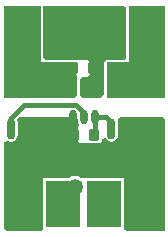
<source format=gbl>
G04*
G04 #@! TF.GenerationSoftware,Altium Limited,Altium Designer,18.1.7 (191)*
G04*
G04 Layer_Physical_Order=2*
G04 Layer_Color=16711680*
%FSLAX24Y24*%
%MOIN*%
G70*
G01*
G75*
%ADD14C,0.0531*%
%ADD15R,0.0531X0.0531*%
%ADD16C,0.0354*%
%ADD17R,0.1181X0.1575*%
G04:AMPARAMS|DCode=18|XSize=39.4mil|YSize=35.4mil|CornerRadius=4.4mil|HoleSize=0mil|Usage=FLASHONLY|Rotation=270.000|XOffset=0mil|YOffset=0mil|HoleType=Round|Shape=RoundedRectangle|*
%AMROUNDEDRECTD18*
21,1,0.0394,0.0266,0,0,270.0*
21,1,0.0305,0.0354,0,0,270.0*
1,1,0.0089,-0.0133,-0.0153*
1,1,0.0089,-0.0133,0.0153*
1,1,0.0089,0.0133,0.0153*
1,1,0.0089,0.0133,-0.0153*
%
%ADD18ROUNDEDRECTD18*%
%ADD19O,0.0283X0.0701*%
%ADD20R,0.0283X0.0701*%
%ADD21R,0.0236X0.0472*%
%ADD22O,0.0236X0.0472*%
%ADD23C,0.0157*%
G36*
X1299Y5714D02*
X2364Y5714D01*
X2480Y5596D01*
Y5315D01*
X2520Y5276D01*
X2520Y4611D01*
X2436Y4528D01*
X80Y4528D01*
Y7597D01*
X1299D01*
Y5714D01*
D02*
G37*
G36*
X5432Y4528D02*
X3504Y4528D01*
X3504Y5710D01*
X4252Y5710D01*
Y7597D01*
X5432D01*
Y4528D01*
D02*
G37*
G36*
X4134Y7559D02*
Y5827D01*
X4031Y5790D01*
X3504Y5790D01*
X3473Y5784D01*
X3447Y5767D01*
X3430Y5741D01*
X3424Y5710D01*
X3424Y4644D01*
X3306Y4526D01*
X2694D01*
X2682Y4533D01*
X2600Y4611D01*
X2600Y5153D01*
X2683Y5236D01*
X2874D01*
X2953Y5315D01*
Y5709D01*
X2874Y5787D01*
X2559D01*
X2554Y5782D01*
X2515Y5790D01*
X2387D01*
X2380Y5791D01*
X2365Y5794D01*
X2365Y5794D01*
X2364Y5794D01*
X1463Y5794D01*
X1379Y5878D01*
Y7597D01*
X4031D01*
X4134Y7559D01*
D02*
G37*
G36*
X5432Y3814D02*
Y80D01*
X4197D01*
X4094Y118D01*
X4094Y198D01*
Y1850D01*
X2756D01*
Y1850D01*
X2640Y1856D01*
X2615Y1876D01*
X2531Y1910D01*
X2441Y1922D01*
X2351Y1910D01*
X2267Y1876D01*
X2234Y1850D01*
X1378D01*
Y198D01*
X1378Y118D01*
X1276Y80D01*
X164D01*
X80Y164D01*
Y3047D01*
X198Y3105D01*
X225Y3088D01*
X311Y3070D01*
X397Y3088D01*
X470Y3136D01*
X519Y3209D01*
X536Y3295D01*
Y3713D01*
X519Y3799D01*
X512Y3808D01*
X585Y3898D01*
X2452D01*
X2536Y3814D01*
Y3772D01*
X2551Y3695D01*
X2558Y3684D01*
X2586Y3614D01*
X2540Y3524D01*
X2520Y3504D01*
Y3110D01*
X2598Y3031D01*
X2913D01*
X2919Y3037D01*
X2958Y3029D01*
X3223D01*
X3271Y3039D01*
X3312Y3066D01*
X3339Y3107D01*
X3349Y3155D01*
Y3157D01*
X3467Y3184D01*
X3499Y3136D01*
X3571Y3088D01*
X3657Y3070D01*
X3744Y3088D01*
X3816Y3136D01*
X3865Y3209D01*
X3882Y3295D01*
Y3713D01*
X3869Y3780D01*
X3901Y3846D01*
X3941Y3898D01*
X5348D01*
X5432Y3814D01*
D02*
G37*
D14*
X2441Y1575D02*
D03*
D15*
X4409Y1575D02*
D03*
D16*
X2047Y984D02*
D03*
X3425D02*
D03*
X3031Y1575D02*
D03*
X3819D02*
D03*
Y394D02*
D03*
X3031D02*
D03*
X1654Y1575D02*
D03*
Y394D02*
D03*
X2441D02*
D03*
X2047Y1378D02*
D03*
X1654Y1181D02*
D03*
Y787D02*
D03*
X2047Y591D02*
D03*
X2441Y787D02*
D03*
Y1181D02*
D03*
X3031D02*
D03*
Y787D02*
D03*
X3425Y1378D02*
D03*
X3819Y1181D02*
D03*
Y787D02*
D03*
X3425Y591D02*
D03*
X2047Y6693D02*
D03*
X3425D02*
D03*
X1654Y7283D02*
D03*
Y6102D02*
D03*
X2441D02*
D03*
Y7283D02*
D03*
X2047Y7087D02*
D03*
X1654Y6890D02*
D03*
Y6496D02*
D03*
X2047Y6299D02*
D03*
X2441Y6496D02*
D03*
Y6890D02*
D03*
X3031Y7283D02*
D03*
X3819D02*
D03*
Y6102D02*
D03*
X3031D02*
D03*
Y6496D02*
D03*
Y6890D02*
D03*
X3425Y7087D02*
D03*
X3819Y6890D02*
D03*
Y6496D02*
D03*
X3425Y6299D02*
D03*
D17*
X2047Y6693D02*
D03*
X669D02*
D03*
X3425D02*
D03*
X4803D02*
D03*
X2047Y984D02*
D03*
X669D02*
D03*
X3425D02*
D03*
X4803D02*
D03*
D18*
X3051Y5512D02*
D03*
X2382D02*
D03*
X3091Y3307D02*
D03*
X2421D02*
D03*
D19*
X311Y5346D02*
D03*
X811D02*
D03*
X1311D02*
D03*
X1811D02*
D03*
X311Y3504D02*
D03*
X811D02*
D03*
X1311D02*
D03*
X3657Y5346D02*
D03*
X4157D02*
D03*
X4657D02*
D03*
X5157D02*
D03*
X3657Y3504D02*
D03*
X4157D02*
D03*
X4657D02*
D03*
D20*
X1811D02*
D03*
X5157D02*
D03*
D21*
X2362Y4921D02*
D03*
D22*
X2736D02*
D03*
X3110D02*
D03*
X2362Y3890D02*
D03*
X2736D02*
D03*
X3110D02*
D03*
D23*
X2736D02*
Y4035D01*
X2480Y4291D02*
X2736Y4035D01*
X748Y4291D02*
X2480D01*
X311Y3854D02*
X748Y4291D01*
X311Y3504D02*
Y3854D01*
X2362Y3366D02*
Y3890D01*
Y3366D02*
X2421Y3307D01*
X3110Y3327D02*
Y3890D01*
X3091Y3307D02*
X3110Y3327D01*
Y3890D02*
X3472D01*
X3657Y3705D01*
Y3504D02*
Y3705D01*
M02*

</source>
